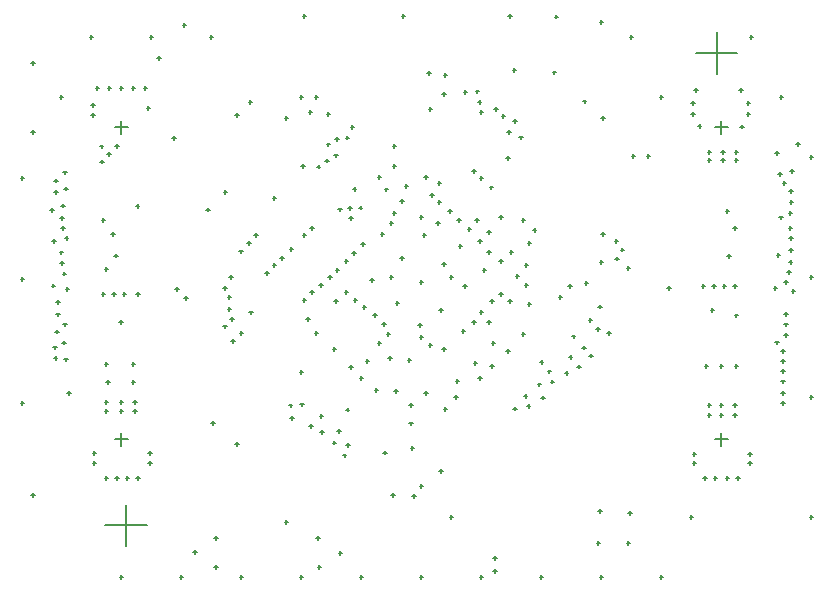
<source format=gbr>
%TF.GenerationSoftware,Altium Limited,Altium Designer,23.0.1 (38)*%
G04 Layer_Color=128*
%FSLAX45Y45*%
%MOMM*%
%TF.SameCoordinates,98E3409A-FA71-4B7D-AABF-4CEB4AF68500*%
%TF.FilePolarity,Positive*%
%TF.FileFunction,Drillmap*%
%TF.Part,Single*%
G01*
G75*
%TA.AperFunction,NonConductor*%
%ADD60C,0.12700*%
D60*
X2325000Y1900000D02*
X2675000D01*
X2500000Y1725000D02*
Y2075000D01*
X-2675000Y-2100000D02*
X-2325000D01*
X-2500000Y-2275000D02*
Y-1925000D01*
X-2595000Y1270000D02*
X-2485000D01*
X-2540000Y1215000D02*
Y1325000D01*
X-2595000Y-1370000D02*
X-2485000D01*
X-2540000Y-1425000D02*
Y-1315000D01*
X2485000Y1270000D02*
X2595000D01*
X2540000Y1215000D02*
Y1325000D01*
X2485000Y-1370000D02*
X2595000D01*
X2540000Y-1425000D02*
Y-1315000D01*
X-101600Y-1236980D02*
X-71120D01*
X-86360Y-1252220D02*
Y-1221740D01*
X-3111987Y-684804D02*
X-3081507D01*
X-3096747Y-700044D02*
Y-669564D01*
X-3131820Y-71120D02*
X-3101340D01*
X-3116580Y-86360D02*
Y-55880D01*
X-3144520Y568960D02*
X-3114040D01*
X-3129280Y553720D02*
Y584200D01*
X-3126740Y307340D02*
X-3096260D01*
X-3111500Y292100D02*
Y322580D01*
X-3019696Y334970D02*
X-2989216D01*
X-3004456Y319730D02*
Y350210D01*
X-3051289Y416305D02*
X-3020809D01*
X-3036049Y401065D02*
Y431545D01*
X-3056319Y502518D02*
X-3025839D01*
X-3041079Y487278D02*
Y517758D01*
X-3050540Y607060D02*
X-3020060D01*
X-3035300Y591820D02*
Y622300D01*
X2994179Y-551701D02*
X3024659D01*
X3009419Y-566941D02*
Y-536461D01*
X1497286Y-248940D02*
X1527766D01*
X1512526Y-264180D02*
Y-233700D01*
X3111500Y231140D02*
X3141980D01*
X3126740Y215900D02*
Y246380D01*
X1127760Y2207260D02*
X1158240D01*
X1143000Y2192020D02*
Y2222500D01*
X1109980Y1734820D02*
X1140460D01*
X1125220Y1719580D02*
Y1750060D01*
X1366520Y1488440D02*
X1397000D01*
X1381760Y1473200D02*
Y1503680D01*
X3070860Y-399141D02*
X3101340D01*
X3086100Y-414381D02*
Y-383901D01*
X3070524Y-490629D02*
X3101004D01*
X3085764Y-505869D02*
Y-475389D01*
X3070860Y-312781D02*
X3101340D01*
X3086100Y-328021D02*
Y-297541D01*
X2651760Y-322580D02*
X2682240D01*
X2667000Y-337820D02*
Y-307340D01*
X3045460Y-622300D02*
X3075940D01*
X3060700Y-637540D02*
Y-607060D01*
X3045925Y-881380D02*
X3076405D01*
X3061165Y-896620D02*
Y-866140D01*
X-640458Y-1120117D02*
X-609978D01*
X-625218Y-1135357D02*
Y-1104877D01*
X-636376Y-1417621D02*
X-605896D01*
X-621136Y-1432861D02*
Y-1402381D01*
X148780Y-1642300D02*
X179260D01*
X164020Y-1657540D02*
Y-1627060D01*
X866643Y-1004943D02*
X897123D01*
X881883Y-1020183D02*
Y-989703D01*
X2575560Y558800D02*
X2606040D01*
X2590800Y543560D02*
Y574040D01*
X2311400Y1584960D02*
X2341880D01*
X2326640Y1569720D02*
Y1600200D01*
X2689860Y1587500D02*
X2720340D01*
X2705100Y1572260D02*
Y1602740D01*
X2697480Y1275080D02*
X2727960D01*
X2712720Y1259840D02*
Y1290320D01*
X2339340Y1280160D02*
X2369820D01*
X2354580Y1264920D02*
Y1295400D01*
X-975360Y-353060D02*
X-944880D01*
X-960120Y-368300D02*
Y-337820D01*
X1779358Y1026207D02*
X1809838D01*
X1794598Y1010967D02*
Y1041447D01*
X726408Y1229609D02*
X756888D01*
X741648Y1214369D02*
Y1244849D01*
X827521Y1183640D02*
X858001D01*
X842761Y1168400D02*
Y1198880D01*
X1905793Y1024831D02*
X1936273D01*
X1921033Y1009591D02*
Y1040071D01*
X1093453Y-883660D02*
X1123933D01*
X1108693Y-898900D02*
Y-868420D01*
X1013436Y-1018627D02*
X1043916D01*
X1028676Y-1033867D02*
Y-1003387D01*
X-1820405Y572765D02*
X-1789925D01*
X-1805165Y557525D02*
Y588005D01*
X2994660Y1054100D02*
X3025140D01*
X3009900Y1038860D02*
Y1069340D01*
X3121660Y901700D02*
X3152140D01*
X3136900Y886460D02*
Y916940D01*
X-1577340Y1371600D02*
X-1546860D01*
X-1562100Y1356360D02*
Y1386840D01*
X-1463040Y1485900D02*
X-1432560D01*
X-1447800Y1470660D02*
Y1501140D01*
X-802640Y1384300D02*
X-772160D01*
X-787400Y1369060D02*
Y1399540D01*
X-955040Y1397000D02*
X-924560D01*
X-939800Y1381760D02*
Y1412240D01*
X-904240Y1524000D02*
X-873760D01*
X-889000Y1508760D02*
Y1539240D01*
X-2555240Y-1129600D02*
X-2524760D01*
X-2540000Y-1144840D02*
Y-1114360D01*
X-2555240Y-1054100D02*
X-2524760D01*
X-2540000Y-1069340D02*
Y-1038860D01*
X2537460Y990600D02*
X2567940D01*
X2552700Y975360D02*
Y1005840D01*
X2537460Y1061720D02*
X2567940D01*
X2552700Y1046480D02*
Y1076960D01*
X2524760Y-1168400D02*
X2555240D01*
X2540000Y-1183640D02*
Y-1153160D01*
X2524760Y-1079500D02*
X2555240D01*
X2540000Y-1094740D02*
Y-1064260D01*
X-2719135Y979107D02*
X-2688655D01*
X-2703895Y963867D02*
Y994347D01*
X-2723337Y1107984D02*
X-2692857D01*
X-2708097Y1092744D02*
Y1123224D01*
X-2660100Y1043687D02*
X-2629620D01*
X-2644860Y1028447D02*
Y1058927D01*
X-2591701Y1112085D02*
X-2561221D01*
X-2576461Y1096845D02*
Y1127325D01*
X1161326Y-164635D02*
X1191806D01*
X1176566Y-179875D02*
Y-149395D01*
X2397760Y-749300D02*
X2428240D01*
X2413000Y-764540D02*
Y-734060D01*
X2651760Y-749300D02*
X2682240D01*
X2667000Y-764540D02*
Y-734060D01*
X2524760Y-749300D02*
X2555240D01*
X2540000Y-764540D02*
Y-734060D01*
X-2237740Y1854200D02*
X-2207260D01*
X-2222500Y1838960D02*
Y1869440D01*
X-2021840Y2133600D02*
X-1991360D01*
X-2006600Y2118360D02*
Y2148840D01*
X-1005840Y2209800D02*
X-975360D01*
X-990600Y2194560D02*
Y2225040D01*
X-167640Y2209800D02*
X-137160D01*
X-152400Y2194560D02*
Y2225040D01*
X734060Y2209800D02*
X764540D01*
X749300Y2194560D02*
Y2225040D01*
X1508760Y2159000D02*
X1539240D01*
X1524000Y2143760D02*
Y2174240D01*
X1521460Y1346200D02*
X1551940D01*
X1536700Y1330960D02*
Y1361440D01*
X772160Y1752600D02*
X802640D01*
X787400Y1737360D02*
Y1767840D01*
X-3304540Y1231900D02*
X-3274060D01*
X-3289300Y1216660D02*
Y1247140D01*
X-3304540Y1816100D02*
X-3274060D01*
X-3289300Y1800860D02*
Y1831340D01*
X-3393440Y838200D02*
X-3362960D01*
X-3378200Y822960D02*
Y853440D01*
X-3393440Y-12700D02*
X-3362960D01*
X-3378200Y-27940D02*
Y2540D01*
X-3393440Y-1066800D02*
X-3362960D01*
X-3378200Y-1082040D02*
Y-1051560D01*
X-3304540Y-1841500D02*
X-3274060D01*
X-3289300Y-1856740D02*
Y-1826260D01*
X3032760Y1524000D02*
X3063240D01*
X3048000Y1508760D02*
Y1539240D01*
X3286760Y1016000D02*
X3317240D01*
X3302000Y1000760D02*
Y1031240D01*
X3286760Y0D02*
X3317240D01*
X3302000Y-15240D02*
Y15240D01*
X3286760Y-1016000D02*
X3317240D01*
X3302000Y-1031240D02*
Y-1000760D01*
X3286760Y-2032000D02*
X3317240D01*
X3302000Y-2047240D02*
Y-2016760D01*
X2778760Y2032000D02*
X2809240D01*
X2794000Y2016760D02*
Y2047240D01*
X2016760Y1524000D02*
X2047240D01*
X2032000Y1508760D02*
Y1539240D01*
X2270760Y-2032000D02*
X2301240D01*
X2286000Y-2047240D02*
Y-2016760D01*
X2016760Y-2540000D02*
X2047240D01*
X2032000Y-2555240D02*
Y-2524760D01*
X1762760Y2032000D02*
X1793240D01*
X1778000Y2016760D02*
Y2047240D01*
X1508760Y-2540000D02*
X1539240D01*
X1524000Y-2555240D02*
Y-2524760D01*
X1000760Y-2540000D02*
X1031240D01*
X1016000Y-2555240D02*
Y-2524760D01*
X492760Y-2540000D02*
X523240D01*
X508000Y-2555240D02*
Y-2524760D01*
X-15240Y508000D02*
X15240D01*
X0Y492760D02*
Y523240D01*
X238760Y0D02*
X269240D01*
X254000Y-15240D02*
Y15240D01*
X-15240Y-508000D02*
X15240D01*
X0Y-523240D02*
Y-492760D01*
X238760Y-2032000D02*
X269240D01*
X254000Y-2047240D02*
Y-2016760D01*
X-15240Y-2540000D02*
X15240D01*
X0Y-2555240D02*
Y-2524760D01*
X-269240Y0D02*
X-238760D01*
X-254000Y-15240D02*
Y15240D01*
X-523240Y-2540000D02*
X-492760D01*
X-508000Y-2555240D02*
Y-2524760D01*
X-1031240Y1524000D02*
X-1000760D01*
X-1016000Y1508760D02*
Y1539240D01*
X-1031240Y-2540000D02*
X-1000760D01*
X-1016000Y-2555240D02*
Y-2524760D01*
X-1539240Y-2540000D02*
X-1508760D01*
X-1524000Y-2555240D02*
Y-2524760D01*
X-1793240Y2032000D02*
X-1762760D01*
X-1778000Y2016760D02*
Y2047240D01*
X-2047240Y-2540000D02*
X-2016760D01*
X-2032000Y-2555240D02*
Y-2524760D01*
X-2301240Y2032000D02*
X-2270760D01*
X-2286000Y2016760D02*
Y2047240D01*
X-2555240Y-2540000D02*
X-2524760D01*
X-2540000Y-2555240D02*
Y-2524760D01*
X-2809240Y2032000D02*
X-2778760D01*
X-2794000Y2016760D02*
Y2047240D01*
X-3063240Y1524000D02*
X-3032760D01*
X-3048000Y1508760D02*
Y1539240D01*
X-2352040Y1600200D02*
X-2321560D01*
X-2336800Y1584960D02*
Y1615440D01*
X-2453640Y1600200D02*
X-2423160D01*
X-2438400Y1584960D02*
Y1615440D01*
X-2555240Y1600200D02*
X-2524760D01*
X-2540000Y1584960D02*
Y1615440D01*
X-2656840Y1600200D02*
X-2626360D01*
X-2641600Y1584960D02*
Y1615440D01*
X-2758440Y1600200D02*
X-2727960D01*
X-2743200Y1584960D02*
Y1615440D01*
X-2326640Y1435100D02*
X-2296160D01*
X-2311400Y1419860D02*
Y1450340D01*
X-2796540Y1371600D02*
X-2766060D01*
X-2781300Y1356360D02*
Y1386840D01*
X-2796540Y1460500D02*
X-2766060D01*
X-2781300Y1445260D02*
Y1475740D01*
X-1577340Y-1409700D02*
X-1546860D01*
X-1562100Y-1424940D02*
Y-1394460D01*
X-1780540Y-1231900D02*
X-1750060D01*
X-1765300Y-1247140D02*
Y-1216660D01*
X1750060Y-1993900D02*
X1780540D01*
X1765300Y-2009140D02*
Y-1978660D01*
X1496060Y-1981200D02*
X1526540D01*
X1511300Y-1996440D02*
Y-1965960D01*
X1737360Y-2247900D02*
X1767840D01*
X1752600Y-2263140D02*
Y-2232660D01*
X1483360Y-2247900D02*
X1513840D01*
X1498600Y-2263140D02*
Y-2232660D01*
X607060Y-2374900D02*
X637540D01*
X622300Y-2390140D02*
Y-2359660D01*
X607060Y-2489200D02*
X637540D01*
X622300Y-2504440D02*
Y-2473960D01*
X-701040Y-2336800D02*
X-670560D01*
X-685800Y-2352040D02*
Y-2321560D01*
X-878840Y-2451100D02*
X-848360D01*
X-863600Y-2466340D02*
Y-2435860D01*
X-891540Y-2209800D02*
X-861060D01*
X-876300Y-2225040D02*
Y-2194560D01*
X-1932940Y-2324100D02*
X-1902460D01*
X-1917700Y-2339340D02*
Y-2308860D01*
X-1755140Y-2451100D02*
X-1724660D01*
X-1739900Y-2466340D02*
Y-2435860D01*
X-1755140Y-2209800D02*
X-1724660D01*
X-1739900Y-2225040D02*
Y-2194560D01*
X-2783840Y-1485900D02*
X-2753360D01*
X-2768600Y-1501140D02*
Y-1470660D01*
X-2783840Y-1574800D02*
X-2753360D01*
X-2768600Y-1590040D02*
Y-1559560D01*
X-2313940Y-1485900D02*
X-2283460D01*
X-2298700Y-1501140D02*
Y-1470660D01*
X-2313940Y-1574800D02*
X-2283460D01*
X-2298700Y-1590040D02*
Y-1559560D01*
X-2415540Y-1701800D02*
X-2385060D01*
X-2400300Y-1717040D02*
Y-1686560D01*
X-2504440Y-1701800D02*
X-2473960D01*
X-2489200Y-1717040D02*
Y-1686560D01*
X-2593340Y-1701800D02*
X-2562860D01*
X-2578100Y-1717040D02*
Y-1686560D01*
X-2682240Y-1701800D02*
X-2651760D01*
X-2667000Y-1717040D02*
Y-1686560D01*
X-2669540Y-889000D02*
X-2639060D01*
X-2654300Y-904240D02*
Y-873760D01*
X-2453640Y-889000D02*
X-2423160D01*
X-2438400Y-904240D02*
Y-873760D01*
X-2453640Y-736600D02*
X-2423160D01*
X-2438400Y-751840D02*
Y-721360D01*
X-2682240Y-736600D02*
X-2651760D01*
X-2667000Y-751840D02*
Y-721360D01*
X-3012440Y-101600D02*
X-2981960D01*
X-2997200Y-116840D02*
Y-86360D01*
X-2009140Y-177800D02*
X-1978660D01*
X-1993900Y-193040D02*
Y-162560D01*
X-2085340Y-101600D02*
X-2054860D01*
X-2070100Y-116840D02*
Y-86360D01*
X-2415540Y-139700D02*
X-2385060D01*
X-2400300Y-154940D02*
Y-124460D01*
X-2529840Y-139700D02*
X-2499360D01*
X-2514600Y-154940D02*
Y-124460D01*
X-2618740Y-139700D02*
X-2588260D01*
X-2603500Y-154940D02*
Y-124460D01*
X-2707640Y-139700D02*
X-2677160D01*
X-2692400Y-154940D02*
Y-124460D01*
X2283460Y1384300D02*
X2313940D01*
X2298700Y1369060D02*
Y1399540D01*
X2283460Y1473200D02*
X2313940D01*
X2298700Y1457960D02*
Y1488440D01*
X2753360Y1384300D02*
X2783840D01*
X2768600Y1369060D02*
Y1399540D01*
X2753360Y1473200D02*
X2783840D01*
X2768600Y1457960D02*
Y1488440D01*
X48260Y1727200D02*
X78740D01*
X63500Y1711960D02*
Y1742440D01*
X187960Y1714500D02*
X218440D01*
X203200Y1699260D02*
Y1729740D01*
X175260Y1549400D02*
X205740D01*
X190500Y1534160D02*
Y1564640D01*
X2296160Y-1498600D02*
X2326640D01*
X2311400Y-1513840D02*
Y-1483360D01*
X2296160Y-1574800D02*
X2326640D01*
X2311400Y-1590040D02*
Y-1559560D01*
X2766060Y-1498600D02*
X2796540D01*
X2781300Y-1513840D02*
Y-1483360D01*
X2766060Y-1574800D02*
X2796540D01*
X2781300Y-1590040D02*
Y-1559560D01*
X2664460Y-1701800D02*
X2694940D01*
X2679700Y-1717040D02*
Y-1686560D01*
X2575560Y-1701800D02*
X2606040D01*
X2590800Y-1717040D02*
Y-1686560D01*
X2473960Y-1701800D02*
X2504440D01*
X2489200Y-1717040D02*
Y-1686560D01*
X2385060Y-1701800D02*
X2415540D01*
X2400300Y-1717040D02*
Y-1686560D01*
X3134360Y-114300D02*
X3164840D01*
X3149600Y-129540D02*
Y-99060D01*
X2981960Y-88900D02*
X3012440D01*
X2997200Y-104140D02*
Y-73660D01*
X2639060Y-76200D02*
X2669540D01*
X2654300Y-91440D02*
Y-60960D01*
X2550160Y-76200D02*
X2580640D01*
X2565400Y-91440D02*
Y-60960D01*
X2461260Y-76200D02*
X2491740D01*
X2476500Y-91440D02*
Y-60960D01*
X2372360Y-76200D02*
X2402840D01*
X2387600Y-91440D02*
Y-60960D01*
X2080260Y-88900D02*
X2110740D01*
X2095500Y-104140D02*
Y-73660D01*
X1508760Y127000D02*
X1539240D01*
X1524000Y111760D02*
Y142240D01*
X1737360Y76200D02*
X1767840D01*
X1752600Y60960D02*
Y91440D01*
X-15240Y-1765300D02*
X15240D01*
X0Y-1780540D02*
Y-1750060D01*
X-78740Y-1854200D02*
X-48260D01*
X-63500Y-1869440D02*
Y-1838960D01*
X-256540Y-1841500D02*
X-226060D01*
X-241300Y-1856740D02*
Y-1826260D01*
X124460Y457200D02*
X154940D01*
X139700Y441960D02*
Y472440D01*
X10160Y355600D02*
X40640D01*
X25400Y340360D02*
Y370840D01*
X-180340Y165100D02*
X-149860D01*
X-165100Y149860D02*
Y180340D01*
X-434340Y-25400D02*
X-403860D01*
X-419100Y-40640D02*
Y-10160D01*
X-218440Y-215900D02*
X-187960D01*
X-203200Y-231140D02*
Y-200660D01*
X-15240Y-38100D02*
X15240D01*
X0Y-53340D02*
Y-22860D01*
X175260Y114300D02*
X205740D01*
X190500Y99060D02*
Y129540D01*
X314960Y266700D02*
X345440D01*
X330200Y251460D02*
Y281940D01*
X518160Y63500D02*
X548640D01*
X533400Y48260D02*
Y78740D01*
X353060Y-76200D02*
X383540D01*
X368300Y-91440D02*
Y-60960D01*
X149860Y-279400D02*
X180340D01*
X165100Y-294640D02*
Y-264160D01*
X-27940Y-406400D02*
X2540D01*
X-12700Y-421640D02*
Y-391160D01*
X60960Y-571500D02*
X91440D01*
X76200Y-586740D02*
Y-556260D01*
X429260Y-381000D02*
X459740D01*
X444500Y-396240D02*
Y-365760D01*
X340360Y-457200D02*
X370840D01*
X355600Y-472440D02*
Y-441960D01*
X556260Y-381000D02*
X586740D01*
X571500Y-396240D02*
Y-365760D01*
X492760Y-292100D02*
X523240D01*
X508000Y-307340D02*
Y-276860D01*
X581660Y-203200D02*
X612140D01*
X596900Y-218440D02*
Y-187960D01*
X657860Y-139700D02*
X688340D01*
X673100Y-154940D02*
Y-124460D01*
X734060Y-203200D02*
X764540D01*
X749300Y-218440D02*
Y-187960D01*
X873760Y-63500D02*
X904240D01*
X889000Y-78740D02*
Y-48260D01*
X797560Y12700D02*
X828040D01*
X812800Y-2540D02*
Y27940D01*
X873760Y101600D02*
X904240D01*
X889000Y86360D02*
Y116840D01*
X746760Y215900D02*
X777240D01*
X762000Y200660D02*
Y231140D01*
X657860Y139700D02*
X688340D01*
X673100Y124460D02*
Y154940D01*
X556260Y215900D02*
X586740D01*
X571500Y200660D02*
Y231140D01*
X480060Y304800D02*
X510540D01*
X495300Y289560D02*
Y320040D01*
X556260Y381000D02*
X586740D01*
X571500Y365760D02*
Y396240D01*
X454660Y482600D02*
X485140D01*
X469900Y467360D02*
Y497840D01*
X391160Y406400D02*
X421640D01*
X406400Y391160D02*
Y421640D01*
X302260Y482600D02*
X332740D01*
X317500Y467360D02*
Y497840D01*
X226060Y558800D02*
X256540D01*
X241300Y543560D02*
Y574040D01*
X137160Y635000D02*
X167640D01*
X152400Y619760D02*
Y650240D01*
X73660Y698500D02*
X104140D01*
X88900Y683260D02*
Y713740D01*
X137160Y800100D02*
X167640D01*
X152400Y784860D02*
Y815340D01*
X22860Y850900D02*
X53340D01*
X38100Y835660D02*
Y866140D01*
X-142240Y774700D02*
X-111760D01*
X-127000Y759460D02*
Y789940D01*
X-180340Y647700D02*
X-149860D01*
X-165100Y632460D02*
Y662940D01*
X-243840Y546100D02*
X-213360D01*
X-228600Y530860D02*
Y561340D01*
X-269240Y457200D02*
X-238760D01*
X-254000Y441960D02*
Y472440D01*
X-345440Y368300D02*
X-314960D01*
X-330200Y353060D02*
Y383540D01*
X-510540Y279400D02*
X-480060D01*
X-495300Y264160D02*
Y294640D01*
X-586740Y203200D02*
X-556260D01*
X-571500Y187960D02*
Y218440D01*
X-650240Y139700D02*
X-619760D01*
X-635000Y124460D02*
Y154940D01*
X-726440Y63500D02*
X-695960D01*
X-711200Y48260D02*
Y78740D01*
X-789940Y0D02*
X-759460D01*
X-774700Y-15240D02*
Y15240D01*
X-866140Y-63500D02*
X-835660D01*
X-850900Y-78740D02*
Y-48260D01*
X-942340Y-127000D02*
X-911860D01*
X-927100Y-142240D02*
Y-111760D01*
X-1628140Y0D02*
X-1597660D01*
X-1612900Y-15240D02*
Y15240D01*
X-1678940Y-88900D02*
X-1648460D01*
X-1663700Y-104140D02*
Y-73660D01*
X-1640840Y-165100D02*
X-1610360D01*
X-1625600Y-180340D02*
Y-149860D01*
X-1460248Y-296651D02*
X-1429768D01*
X-1445008Y-311891D02*
Y-281411D01*
X-1005840Y-190500D02*
X-975360D01*
X-990600Y-205740D02*
Y-175260D01*
X-739140Y-203200D02*
X-708660D01*
X-723900Y-218440D02*
Y-187960D01*
X-650240Y-127000D02*
X-619760D01*
X-635000Y-142240D02*
Y-111760D01*
X-574040Y-190500D02*
X-543560D01*
X-558800Y-205740D02*
Y-175260D01*
X-497840Y-254000D02*
X-467360D01*
X-482600Y-269240D02*
Y-238760D01*
X-408940Y-317500D02*
X-378460D01*
X-393700Y-332740D02*
Y-302260D01*
X-332740Y-393700D02*
X-302260D01*
X-317500Y-408940D02*
Y-378460D01*
X-294640Y-482600D02*
X-264160D01*
X-279400Y-497840D02*
Y-467360D01*
X-370840Y-558800D02*
X-340360D01*
X-355600Y-574040D02*
Y-543560D01*
X-281940Y-685800D02*
X-251460D01*
X-266700Y-701040D02*
Y-670560D01*
X-116840Y-698500D02*
X-86360D01*
X-101600Y-713740D02*
Y-683260D01*
X-904240Y-469900D02*
X-873760D01*
X-889000Y-485140D02*
Y-454660D01*
X-612140Y-762000D02*
X-581660D01*
X-596900Y-777240D02*
Y-746760D01*
X-523240Y-850900D02*
X-492760D01*
X-508000Y-866140D02*
Y-835660D01*
X175260Y-609600D02*
X205740D01*
X190500Y-624840D02*
Y-594360D01*
X22860Y-977900D02*
X53340D01*
X38100Y-993140D02*
Y-962660D01*
X187960Y-1117600D02*
X218440D01*
X203200Y-1132840D02*
Y-1102360D01*
X276860Y-1016000D02*
X307340D01*
X292100Y-1031240D02*
Y-1000760D01*
X717871Y-623271D02*
X748351D01*
X733111Y-638511D02*
Y-608031D01*
X1242060Y-76200D02*
X1272540D01*
X1257300Y-91440D02*
Y-60960D01*
X942357Y401307D02*
X972837D01*
X957597Y386067D02*
Y416547D01*
X577823Y760617D02*
X608303D01*
X593063Y745377D02*
Y775857D01*
X-311104Y744220D02*
X-280624D01*
X-295864Y728980D02*
Y759460D01*
X-370840Y850900D02*
X-340360D01*
X-355600Y835660D02*
Y866140D01*
X-581120Y747984D02*
X-550640D01*
X-565880Y732744D02*
Y763224D01*
X-1115802Y238368D02*
X-1085322D01*
X-1100562Y223128D02*
Y253608D01*
X1002860Y-718820D02*
X1033340D01*
X1018100Y-734060D02*
Y-703580D01*
X1067896Y-796464D02*
X1098376D01*
X1083136Y-811704D02*
Y-781224D01*
X984238Y-906780D02*
X1014718D01*
X999478Y-922020D02*
Y-891540D01*
X718132Y1009392D02*
X748612D01*
X733372Y994152D02*
Y1024632D01*
X-1031240Y-800100D02*
X-1000760D01*
X-1016000Y-815340D02*
Y-784860D01*
X899160Y-228600D02*
X929640D01*
X914400Y-243840D02*
Y-213360D01*
X899160Y292100D02*
X929640D01*
X914400Y276860D02*
Y307340D01*
X-1005840Y355600D02*
X-975360D01*
X-990600Y340360D02*
Y370840D01*
X-243840Y1112483D02*
X-213360D01*
X-228600Y1097243D02*
Y1127723D01*
X657860Y508000D02*
X688340D01*
X673100Y492760D02*
Y523240D01*
X594360Y-558800D02*
X624840D01*
X609600Y-574040D02*
Y-543560D01*
X441960Y-723900D02*
X472440D01*
X457200Y-739140D02*
Y-708660D01*
X289560Y-876300D02*
X320040D01*
X304800Y-891540D02*
Y-861060D01*
X-231140Y-965200D02*
X-200660D01*
X-215900Y-980440D02*
Y-949960D01*
X-104140Y-1079500D02*
X-73660D01*
X-88900Y-1094740D02*
Y-1064260D01*
X-472440Y-711200D02*
X-441960D01*
X-457200Y-726440D02*
Y-695960D01*
X-942340Y419100D02*
X-911860D01*
X-927100Y403860D02*
Y434340D01*
X-243840Y939800D02*
X-213360D01*
X-228600Y924560D02*
Y955040D01*
X60960Y1422400D02*
X91440D01*
X76200Y1407160D02*
Y1437640D01*
X1381760Y-50800D02*
X1412240D01*
X1397000Y-66040D02*
Y-35560D01*
X848360Y-482600D02*
X878840D01*
X863600Y-497840D02*
Y-467360D01*
X581660Y-749300D02*
X612140D01*
X596900Y-764540D02*
Y-734060D01*
X480060Y-850900D02*
X510540D01*
X495300Y-866140D02*
Y-835660D01*
X-91440Y-1447800D02*
X-60960D01*
X-76200Y-1463040D02*
Y-1432560D01*
X-396240Y-952500D02*
X-365760D01*
X-381000Y-967740D02*
Y-937260D01*
X-751840Y-609600D02*
X-721360D01*
X-736600Y-624840D02*
Y-594360D01*
X-1323340Y38100D02*
X-1292860D01*
X-1308100Y22860D02*
Y53340D01*
X-1259840Y101600D02*
X-1229360D01*
X-1244600Y86360D02*
Y116840D01*
X-1196340Y165100D02*
X-1165860D01*
X-1181100Y149860D02*
Y180340D01*
X429260Y901700D02*
X459740D01*
X444500Y886460D02*
Y916940D01*
X492760Y838200D02*
X523240D01*
X508000Y822960D02*
Y853440D01*
X848360Y482600D02*
X878840D01*
X863600Y467360D02*
Y497840D01*
X-2110740Y1181100D02*
X-2080260D01*
X-2095500Y1165860D02*
Y1196340D01*
X-1158240Y-2070100D02*
X-1127760D01*
X-1143000Y-2085340D02*
Y-2054860D01*
X2651760Y1061720D02*
X2682240D01*
X2667000Y1046480D02*
Y1076960D01*
X2423160Y1061720D02*
X2453640D01*
X2438400Y1046480D02*
Y1076960D01*
X2423160Y990600D02*
X2453640D01*
X2438400Y975360D02*
Y1005840D01*
X2651760Y990600D02*
X2682240D01*
X2667000Y975360D02*
Y1005840D01*
X3172460Y1130300D02*
X3202940D01*
X3187700Y1115060D02*
Y1145540D01*
X2639060Y-1168400D02*
X2669540D01*
X2654300Y-1183640D02*
Y-1153160D01*
X2423160Y-1168400D02*
X2453640D01*
X2438400Y-1183640D02*
Y-1153160D01*
X2639060Y-1079500D02*
X2669540D01*
X2654300Y-1094740D02*
Y-1064260D01*
X2423160Y-1079500D02*
X2453640D01*
X2438400Y-1094740D02*
Y-1064260D01*
X-2440940Y-1129600D02*
X-2410460D01*
X-2425700Y-1144840D02*
Y-1114360D01*
X-2682240Y-1129600D02*
X-2651760D01*
X-2667000Y-1144840D02*
Y-1114360D01*
X-2440940Y-1054100D02*
X-2410460D01*
X-2425700Y-1069340D02*
Y-1038860D01*
X-2682240Y-1054100D02*
X-2651760D01*
X-2667000Y-1069340D02*
Y-1038860D01*
X678286Y1363874D02*
X708766D01*
X693526Y1348634D02*
Y1379114D01*
X458878Y1574286D02*
X489358D01*
X474118Y1559046D02*
Y1589526D01*
X357103Y1570757D02*
X387583D01*
X372343Y1555517D02*
Y1585997D01*
X477520Y1485900D02*
X508000D01*
X492760Y1470660D02*
Y1501140D01*
X1524000Y368300D02*
X1554480D01*
X1539240Y353060D02*
Y383540D01*
X492391Y1397369D02*
X522871D01*
X507631Y1382129D02*
Y1412609D01*
X617220Y1424939D02*
X647700D01*
X632460Y1409699D02*
Y1440179D01*
X778166Y1320800D02*
X808646D01*
X793406Y1305560D02*
Y1336040D01*
X1686560Y233680D02*
X1717040D01*
X1701800Y218440D02*
Y248920D01*
X1635760Y304800D02*
X1666240D01*
X1651000Y289560D02*
Y320040D01*
X1638300Y157480D02*
X1668780D01*
X1653540Y142240D02*
Y172720D01*
X-321453Y-1484487D02*
X-290973D01*
X-306213Y-1499727D02*
Y-1469247D01*
X3113301Y732413D02*
X3143781D01*
X3128541Y717173D02*
Y747653D01*
X-1640840Y-266700D02*
X-1610360D01*
X-1625600Y-281940D02*
Y-251460D01*
X2448560Y-279400D02*
X2479040D01*
X2463800Y-294640D02*
Y-264160D01*
X3045460Y-795020D02*
X3075940D01*
X3060700Y-810260D02*
Y-779780D01*
X3045460Y-708660D02*
X3075940D01*
X3060700Y-723900D02*
Y-693420D01*
X3045460Y-977900D02*
X3075940D01*
X3060700Y-993140D02*
Y-962660D01*
X3045460Y-1066800D02*
X3075940D01*
X3060700Y-1082040D02*
Y-1051560D01*
X3020060Y876300D02*
X3050540D01*
X3035300Y861060D02*
Y891540D01*
X3057929Y798686D02*
X3088409D01*
X3073169Y783446D02*
Y813926D01*
X3117793Y638900D02*
X3148273D01*
X3133033Y623660D02*
Y654140D01*
X3108960Y546100D02*
X3139440D01*
X3124200Y530860D02*
Y561340D01*
X3031717Y507479D02*
X3062197D01*
X3046957Y492239D02*
Y522719D01*
X2639060Y419100D02*
X2669540D01*
X2654300Y403860D02*
Y434340D01*
X3108960Y419100D02*
X3139440D01*
X3124200Y403860D02*
Y434340D01*
X3111538Y332778D02*
X3142018D01*
X3126778Y317538D02*
Y348018D01*
X3007360Y190500D02*
X3037840D01*
X3022600Y175260D02*
Y205740D01*
X2589329Y177800D02*
X2619809D01*
X2604569Y162560D02*
Y193040D01*
X3111240Y129193D02*
X3141720D01*
X3126480Y113953D02*
Y144433D01*
X3098169Y43828D02*
X3128649D01*
X3113409Y28588D02*
Y59068D01*
X3070860Y-38100D02*
X3101340D01*
X3086100Y-53340D02*
Y-22860D01*
X-3031544Y888254D02*
X-3001064D01*
X-3016304Y873014D02*
Y903494D01*
X-3023686Y750430D02*
X-2993206D01*
X-3008446Y735190D02*
Y765670D01*
X-1674897Y719857D02*
X-1644417D01*
X-1659657Y704617D02*
Y735097D01*
X-1158240Y1346200D02*
X-1127760D01*
X-1143000Y1330960D02*
Y1361440D01*
X-1018540Y939800D02*
X-988060D01*
X-1003300Y924560D02*
Y955040D01*
X-1259840Y673100D02*
X-1229360D01*
X-1244600Y657860D02*
Y688340D01*
X778743Y-1111017D02*
X809223D01*
X793983Y-1126257D02*
Y-1095777D01*
X891562Y-1090726D02*
X922042D01*
X906802Y-1105966D02*
Y-1075486D01*
X1420619Y-662977D02*
X1451099D01*
X1435859Y-678217D02*
Y-647737D01*
X1319425Y-755755D02*
X1349905D01*
X1334665Y-770995D02*
Y-740515D01*
X1213658Y-810072D02*
X1244138D01*
X1228898Y-825312D02*
Y-794832D01*
X1247140Y-673100D02*
X1277620D01*
X1262380Y-688340D02*
Y-657860D01*
X1272540Y-500380D02*
X1303020D01*
X1287780Y-515620D02*
Y-485140D01*
X1363177Y-595163D02*
X1393657D01*
X1378417Y-610403D02*
Y-579923D01*
X1574800Y-472440D02*
X1605280D01*
X1590040Y-487680D02*
Y-457200D01*
X1478280Y-436880D02*
X1508760D01*
X1493520Y-452120D02*
Y-421640D01*
X1414780Y-363220D02*
X1445260D01*
X1430020Y-378460D02*
Y-347980D01*
X-1679115Y-416386D02*
X-1648635D01*
X-1663875Y-431626D02*
Y-401146D01*
X-1539240Y-469900D02*
X-1508760D01*
X-1524000Y-485140D02*
Y-454660D01*
X-1618342Y-355028D02*
X-1587862D01*
X-1603102Y-370268D02*
Y-339789D01*
X-2600960Y182880D02*
X-2570480D01*
X-2585720Y167640D02*
Y198120D01*
X-3108960Y721360D02*
X-3078480D01*
X-3093720Y706120D02*
Y736600D01*
X-705367Y574726D02*
X-674887D01*
X-690127Y559486D02*
Y589966D01*
X-3025140Y-695960D02*
X-2994660D01*
X-3009900Y-711200D02*
Y-680720D01*
X-3040380Y-553720D02*
X-3009900D01*
X-3025140Y-568960D02*
Y-538480D01*
X-2999740Y-977900D02*
X-2969260D01*
X-2984500Y-993140D02*
Y-962660D01*
X-3116580Y-594360D02*
X-3086100D01*
X-3101340Y-609600D02*
Y-579120D01*
Y-459740D02*
X-3070860D01*
X-3086100Y-474980D02*
Y-444500D01*
X-3035300Y-398780D02*
X-3004820D01*
X-3020060Y-414020D02*
Y-383540D01*
X-3093720Y-314960D02*
X-3063240D01*
X-3078480Y-330200D02*
Y-299720D01*
X-2557780Y-381000D02*
X-2527300D01*
X-2542540Y-396240D02*
Y-365760D01*
X-3091180Y-208280D02*
X-3060700D01*
X-3075940Y-223520D02*
Y-193040D01*
X-3037840Y30480D02*
X-3007360D01*
X-3022600Y15240D02*
Y45720D01*
X-2682707Y68113D02*
X-2652227D01*
X-2667467Y52873D02*
Y83353D01*
X-2628900Y368300D02*
X-2598420D01*
X-2613660Y353060D02*
Y383540D01*
X-2708107Y483067D02*
X-2677627D01*
X-2692867Y467827D02*
Y498307D01*
X-3058160Y121920D02*
X-3027680D01*
X-3042920Y106680D02*
Y137160D01*
X-3063240Y210820D02*
X-3032760D01*
X-3048000Y195580D02*
Y226060D01*
X-2418102Y602002D02*
X-2387622D01*
X-2402862Y586762D02*
Y617242D01*
X-3107515Y818374D02*
X-3077035D01*
X-3092275Y803134D02*
Y833614D01*
X-599407Y1274541D02*
X-568927D01*
X-584167Y1259301D02*
Y1289781D01*
X-1122680Y-1084580D02*
X-1092200D01*
X-1107440Y-1099820D02*
Y-1069340D01*
X-1028700Y-1076960D02*
X-998220D01*
X-1013460Y-1092200D02*
Y-1061720D01*
X-1112753Y-1191493D02*
X-1082273D01*
X-1097513Y-1206733D02*
Y-1176253D01*
X-751840Y-1399540D02*
X-721360D01*
X-736600Y-1414780D02*
Y-1384300D01*
X-713474Y-1300746D02*
X-682994D01*
X-698234Y-1315986D02*
Y-1285506D01*
X-666283Y-1507957D02*
X-635803D01*
X-651043Y-1523197D02*
Y-1492717D01*
X-856913Y-1310640D02*
X-826433D01*
X-841673Y-1325880D02*
Y-1295400D01*
X-862353Y-1173480D02*
X-831873D01*
X-847113Y-1188720D02*
Y-1158240D01*
X-949960Y-1259840D02*
X-919480D01*
X-934720Y-1275080D02*
Y-1244600D01*
X-1610360Y-541020D02*
X-1579880D01*
X-1595120Y-556260D02*
Y-525780D01*
X-1541780Y218440D02*
X-1511300D01*
X-1526540Y203200D02*
Y233680D01*
X-1475740Y292100D02*
X-1445260D01*
X-1460500Y276860D02*
Y307340D01*
X-1417164Y355558D02*
X-1386684D01*
X-1401924Y340318D02*
Y370798D01*
X-610731Y500853D02*
X-580251D01*
X-595491Y485613D02*
Y516093D01*
X-619760Y586740D02*
X-589280D01*
X-604520Y571500D02*
Y601980D01*
X-530860Y589280D02*
X-500380D01*
X-515620Y574040D02*
Y604520D01*
X-816622Y988060D02*
X-786142D01*
X-801382Y972820D02*
Y1003300D01*
X-886460Y937260D02*
X-855980D01*
X-871220Y922020D02*
Y952500D01*
X-728083Y1170401D02*
X-697603D01*
X-712843Y1155161D02*
Y1185641D01*
X-642620Y1182816D02*
X-612140D01*
X-627380Y1167576D02*
Y1198056D01*
X-802024Y1125220D02*
X-771544D01*
X-786784Y1109980D02*
Y1140460D01*
X-736617Y1031458D02*
X-706137D01*
X-721377Y1016218D02*
Y1046698D01*
%TF.MD5,3cf533bab4c553c7c425812e7d5dae93*%
M02*

</source>
